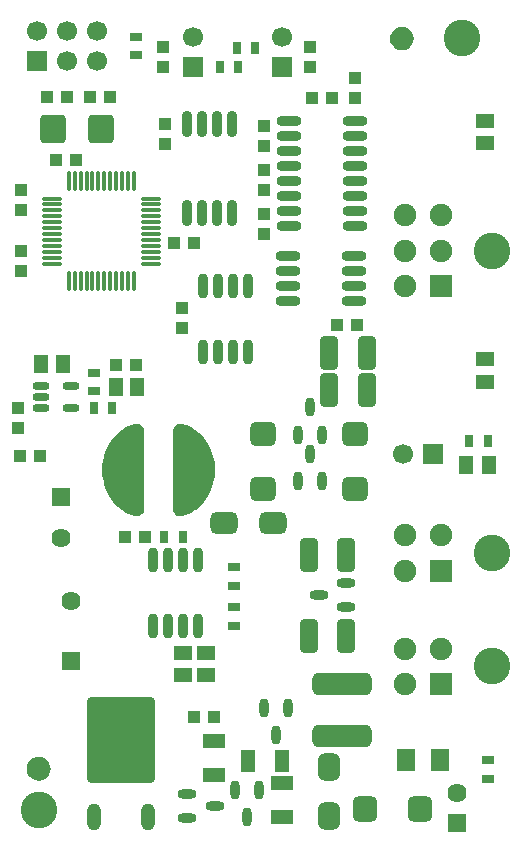
<source format=gts>
G04*
G04 #@! TF.GenerationSoftware,Altium Limited,Altium Designer,18.0.9 (584)*
G04*
G04 Layer_Color=8388736*
%FSLAX24Y24*%
%MOIN*%
G70*
G01*
G75*
%ADD20O,0.0454X0.0906*%
G04:AMPARAMS|DCode=36|XSize=287.5mil|YSize=226.5mil|CornerRadius=14.9mil|HoleSize=0mil|Usage=FLASHONLY|Rotation=90.000|XOffset=0mil|YOffset=0mil|HoleType=Round|Shape=RoundedRectangle|*
%AMROUNDEDRECTD36*
21,1,0.2875,0.1967,0,0,90.0*
21,1,0.2577,0.2265,0,0,90.0*
1,1,0.0299,0.0983,0.1288*
1,1,0.0299,0.0983,-0.1288*
1,1,0.0299,-0.0983,-0.1288*
1,1,0.0299,-0.0983,0.1288*
%
%ADD36ROUNDEDRECTD36*%
%ADD37R,0.0433X0.0394*%
%ADD38O,0.0320X0.0630*%
%ADD39R,0.0394X0.0433*%
%ADD40R,0.0394X0.0315*%
%ADD41O,0.0335X0.0839*%
G04:AMPARAMS|DCode=42|XSize=94.5mil|YSize=86.6mil|CornerRadius=14.4mil|HoleSize=0mil|Usage=FLASHONLY|Rotation=270.000|XOffset=0mil|YOffset=0mil|HoleType=Round|Shape=RoundedRectangle|*
%AMROUNDEDRECTD42*
21,1,0.0945,0.0579,0,0,270.0*
21,1,0.0657,0.0866,0,0,270.0*
1,1,0.0287,-0.0289,-0.0329*
1,1,0.0287,-0.0289,0.0329*
1,1,0.0287,0.0289,0.0329*
1,1,0.0287,0.0289,-0.0329*
%
%ADD42ROUNDEDRECTD42*%
%ADD43O,0.0335X0.0889*%
%ADD44O,0.0669X0.0157*%
%ADD45O,0.0157X0.0669*%
%ADD46R,0.0492X0.0610*%
%ADD47O,0.0571X0.0276*%
%ADD48R,0.0315X0.0394*%
%ADD49O,0.0839X0.0335*%
G04:AMPARAMS|DCode=50|XSize=114.2mil|YSize=63mil|CornerRadius=16.7mil|HoleSize=0mil|Usage=FLASHONLY|Rotation=90.000|XOffset=0mil|YOffset=0mil|HoleType=Round|Shape=RoundedRectangle|*
%AMROUNDEDRECTD50*
21,1,0.1142,0.0295,0,0,90.0*
21,1,0.0807,0.0630,0,0,90.0*
1,1,0.0335,0.0148,0.0404*
1,1,0.0335,0.0148,-0.0404*
1,1,0.0335,-0.0148,-0.0404*
1,1,0.0335,-0.0148,0.0404*
%
%ADD50ROUNDEDRECTD50*%
G04:AMPARAMS|DCode=51|XSize=86.6mil|YSize=82.7mil|CornerRadius=21.7mil|HoleSize=0mil|Usage=FLASHONLY|Rotation=0.000|XOffset=0mil|YOffset=0mil|HoleType=Round|Shape=RoundedRectangle|*
%AMROUNDEDRECTD51*
21,1,0.0866,0.0394,0,0,0.0*
21,1,0.0433,0.0827,0,0,0.0*
1,1,0.0433,0.0217,-0.0197*
1,1,0.0433,-0.0217,-0.0197*
1,1,0.0433,-0.0217,0.0197*
1,1,0.0433,0.0217,0.0197*
%
%ADD51ROUNDEDRECTD51*%
%ADD52O,0.0630X0.0320*%
%ADD53R,0.0591X0.0453*%
G04:AMPARAMS|DCode=54|XSize=90.6mil|YSize=72.8mil|CornerRadius=19.2mil|HoleSize=0mil|Usage=FLASHONLY|Rotation=180.000|XOffset=0mil|YOffset=0mil|HoleType=Round|Shape=RoundedRectangle|*
%AMROUNDEDRECTD54*
21,1,0.0906,0.0344,0,0,180.0*
21,1,0.0522,0.0728,0,0,180.0*
1,1,0.0384,-0.0261,0.0172*
1,1,0.0384,0.0261,0.0172*
1,1,0.0384,0.0261,-0.0172*
1,1,0.0384,-0.0261,-0.0172*
%
%ADD54ROUNDEDRECTD54*%
%ADD55R,0.0433X0.0433*%
%ADD56R,0.0728X0.0453*%
%ADD57C,0.0512*%
%ADD58R,0.0453X0.0728*%
%ADD59R,0.0591X0.0748*%
G04:AMPARAMS|DCode=60|XSize=86.6mil|YSize=82.7mil|CornerRadius=21.7mil|HoleSize=0mil|Usage=FLASHONLY|Rotation=270.000|XOffset=0mil|YOffset=0mil|HoleType=Round|Shape=RoundedRectangle|*
%AMROUNDEDRECTD60*
21,1,0.0866,0.0394,0,0,270.0*
21,1,0.0433,0.0827,0,0,270.0*
1,1,0.0433,-0.0197,-0.0217*
1,1,0.0433,-0.0197,0.0217*
1,1,0.0433,0.0197,0.0217*
1,1,0.0433,0.0197,-0.0217*
%
%ADD60ROUNDEDRECTD60*%
G04:AMPARAMS|DCode=61|XSize=90.6mil|YSize=72.8mil|CornerRadius=19.2mil|HoleSize=0mil|Usage=FLASHONLY|Rotation=270.000|XOffset=0mil|YOffset=0mil|HoleType=Round|Shape=RoundedRectangle|*
%AMROUNDEDRECTD61*
21,1,0.0906,0.0344,0,0,270.0*
21,1,0.0522,0.0728,0,0,270.0*
1,1,0.0384,-0.0172,-0.0261*
1,1,0.0384,-0.0172,0.0261*
1,1,0.0384,0.0172,0.0261*
1,1,0.0384,0.0172,-0.0261*
%
%ADD61ROUNDEDRECTD61*%
G04:AMPARAMS|DCode=62|XSize=198.8mil|YSize=74.8mil|CornerRadius=19.7mil|HoleSize=0mil|Usage=FLASHONLY|Rotation=0.000|XOffset=0mil|YOffset=0mil|HoleType=Round|Shape=RoundedRectangle|*
%AMROUNDEDRECTD62*
21,1,0.1988,0.0354,0,0,0.0*
21,1,0.1594,0.0748,0,0,0.0*
1,1,0.0394,0.0797,-0.0177*
1,1,0.0394,-0.0797,-0.0177*
1,1,0.0394,-0.0797,0.0177*
1,1,0.0394,0.0797,0.0177*
%
%ADD62ROUNDEDRECTD62*%
%ADD63R,0.0453X0.0591*%
%ADD64C,0.0669*%
%ADD65R,0.0669X0.0669*%
%ADD66R,0.0669X0.0669*%
%ADD67C,0.0639*%
%ADD68R,0.0639X0.0639*%
%ADD69C,0.0748*%
%ADD70R,0.0748X0.0748*%
%ADD71C,0.1220*%
G36*
X32583Y42687D02*
X32679Y42647D01*
X32761Y42584D01*
X32824Y42502D01*
X32864Y42406D01*
X32877Y42303D01*
X32864Y42200D01*
X32824Y42105D01*
X32761Y42022D01*
X32679Y41959D01*
X32583Y41920D01*
X32480Y41906D01*
X32378Y41920D01*
X32282Y41959D01*
X32200Y42022D01*
X32136Y42105D01*
X32097Y42200D01*
X32083Y42303D01*
X32097Y42406D01*
X32136Y42502D01*
X32200Y42584D01*
X32282Y42647D01*
X32378Y42687D01*
X32480Y42700D01*
X32583Y42687D01*
D02*
G37*
G36*
X25161Y29459D02*
X25165Y29457D01*
X25169Y29457D01*
X25298Y29417D01*
X25300Y29415D01*
X25302Y29415D01*
X25453Y29355D01*
X25455Y29352D01*
X25459Y29352D01*
X25598Y29269D01*
X25600Y29266D01*
X25604Y29265D01*
X25729Y29161D01*
X25730Y29159D01*
X25731Y29159D01*
X25736Y29154D01*
X25736Y29153D01*
X25738Y29152D01*
X25887Y28986D01*
X25888Y28984D01*
X25890Y28982D01*
X26016Y28798D01*
X26017Y28795D01*
X26019Y28793D01*
X26119Y28594D01*
X26119Y28591D01*
X26122Y28589D01*
X26194Y28378D01*
X26194Y28375D01*
X26196Y28372D01*
X26240Y28154D01*
X26240Y28151D01*
X26241Y28148D01*
X26256Y27926D01*
X26255Y27923D01*
X26256Y27920D01*
X26241Y27698D01*
X26240Y27695D01*
X26240Y27692D01*
X26196Y27474D01*
X26194Y27471D01*
X26194Y27468D01*
X26122Y27258D01*
X26119Y27256D01*
X26119Y27253D01*
X26019Y27054D01*
X26017Y27052D01*
X26016Y27049D01*
X25890Y26865D01*
X25888Y26863D01*
X25887Y26860D01*
X25738Y26694D01*
X25736Y26694D01*
X25736Y26692D01*
X25734Y26690D01*
X25732Y26689D01*
X25731Y26688D01*
X25604Y26583D01*
X25601Y26582D01*
X25599Y26579D01*
X25458Y26494D01*
X25454Y26494D01*
X25451Y26491D01*
X25299Y26430D01*
X25297Y26430D01*
X25295Y26429D01*
X25161Y26387D01*
X25157Y26387D01*
X25153Y26385D01*
X25081Y26377D01*
X25073Y26379D01*
X25064Y26378D01*
X24993Y26397D01*
X24987Y26402D01*
X24979Y26404D01*
X24920Y26447D01*
X24915Y26454D01*
X24909Y26459D01*
X24870Y26521D01*
X24868Y26529D01*
X24864Y26536D01*
X24850Y26608D01*
X24851Y26612D01*
X24849Y26616D01*
Y29222D01*
X24851Y29226D01*
X24850Y29230D01*
X24864Y29304D01*
X24869Y29311D01*
X24870Y29319D01*
X24910Y29383D01*
X24917Y29388D01*
X24921Y29395D01*
X24982Y29440D01*
X24990Y29442D01*
X24997Y29447D01*
X25070Y29466D01*
X25078Y29465D01*
X25086Y29467D01*
X25161Y29459D01*
D02*
G37*
G36*
X23668Y29467D02*
X23676Y29468D01*
X23747Y29450D01*
X23753Y29445D01*
X23761Y29443D01*
X23820Y29399D01*
X23825Y29392D01*
X23831Y29387D01*
X23871Y29325D01*
X23872Y29317D01*
X23876Y29310D01*
X23890Y29238D01*
X23889Y29234D01*
X23891Y29230D01*
Y26624D01*
X23889Y26620D01*
X23890Y26616D01*
X23876Y26542D01*
X23872Y26535D01*
X23870Y26527D01*
X23830Y26463D01*
X23823Y26458D01*
X23819Y26451D01*
X23758Y26406D01*
X23750Y26404D01*
X23743Y26399D01*
X23670Y26380D01*
X23662Y26381D01*
X23654Y26379D01*
X23579Y26388D01*
X23575Y26390D01*
X23571Y26389D01*
X23442Y26430D01*
X23440Y26431D01*
X23438Y26431D01*
X23288Y26492D01*
X23285Y26494D01*
X23282Y26495D01*
X23142Y26578D01*
X23140Y26581D01*
X23136Y26582D01*
X23011Y26686D01*
X23011Y26687D01*
X23009Y26688D01*
X23004Y26692D01*
X23004Y26694D01*
X23002Y26694D01*
X22853Y26860D01*
X22852Y26863D01*
X22850Y26865D01*
X22724Y27049D01*
X22723Y27052D01*
X22721Y27054D01*
X22621Y27253D01*
X22621Y27256D01*
X22619Y27258D01*
X22546Y27468D01*
X22546Y27471D01*
X22544Y27474D01*
X22500Y27692D01*
X22501Y27695D01*
X22499Y27698D01*
X22484Y27920D01*
X22485Y27923D01*
X22484Y27926D01*
X22499Y28148D01*
X22501Y28151D01*
X22500Y28154D01*
X22544Y28372D01*
X22546Y28375D01*
X22546Y28378D01*
X22619Y28589D01*
X22621Y28591D01*
X22621Y28594D01*
X22721Y28793D01*
X22723Y28795D01*
X22724Y28798D01*
X22850Y28982D01*
X22852Y28984D01*
X22853Y28986D01*
X23002Y29152D01*
X23004Y29153D01*
X23004Y29154D01*
X23007Y29156D01*
X23008Y29157D01*
X23009Y29159D01*
X23136Y29264D01*
X23139Y29265D01*
X23141Y29268D01*
X23283Y29352D01*
X23286Y29353D01*
X23289Y29355D01*
X23441Y29416D01*
X23443Y29416D01*
X23445Y29417D01*
X23579Y29459D01*
X23583Y29459D01*
X23587Y29461D01*
X23660Y29470D01*
X23668Y29467D01*
D02*
G37*
G36*
X20477Y18346D02*
X20573Y18306D01*
X20655Y18243D01*
X20718Y18161D01*
X20758Y18065D01*
X20771Y17963D01*
X20758Y17860D01*
X20718Y17764D01*
X20655Y17682D01*
X20573Y17619D01*
X20477Y17579D01*
X20374Y17565D01*
X20271Y17579D01*
X20175Y17619D01*
X20093Y17682D01*
X20030Y17764D01*
X19990Y17860D01*
X19977Y17963D01*
X19990Y18065D01*
X20030Y18161D01*
X20093Y18243D01*
X20175Y18306D01*
X20271Y18346D01*
X20374Y18360D01*
X20477Y18346D01*
D02*
G37*
D20*
X24018Y16348D02*
D03*
X22222D02*
D03*
D36*
X23120Y18907D02*
D03*
D37*
X30994Y32746D02*
D03*
X30325D02*
D03*
X24882Y35482D02*
D03*
X25551D02*
D03*
X21624Y38268D02*
D03*
X20955D02*
D03*
X22746Y40363D02*
D03*
X22077D02*
D03*
X20640Y40364D02*
D03*
X21309D02*
D03*
X23602Y31407D02*
D03*
X22933D02*
D03*
X30157Y40315D02*
D03*
X29488D02*
D03*
X20423Y28376D02*
D03*
X19754D02*
D03*
X23907Y25699D02*
D03*
X23238D02*
D03*
X25561Y19695D02*
D03*
X26230D02*
D03*
D38*
X29400Y28465D02*
D03*
X29000Y27555D02*
D03*
X29800D02*
D03*
X29400Y30010D02*
D03*
X29000Y29100D02*
D03*
X29800D02*
D03*
X28297Y19085D02*
D03*
X27897Y19995D02*
D03*
X28697D02*
D03*
X27323Y16339D02*
D03*
X26923Y17249D02*
D03*
X27723D02*
D03*
D39*
X25157Y32648D02*
D03*
Y33317D02*
D03*
X19793Y35226D02*
D03*
Y34557D02*
D03*
X19792Y36585D02*
D03*
Y37254D02*
D03*
X24577Y38780D02*
D03*
Y39449D02*
D03*
X19695Y29321D02*
D03*
Y29990D02*
D03*
X29419Y41348D02*
D03*
Y42018D02*
D03*
X24518Y41339D02*
D03*
Y42008D02*
D03*
X30915Y40315D02*
D03*
Y40984D02*
D03*
X27884Y35797D02*
D03*
Y36467D02*
D03*
X27894Y37933D02*
D03*
Y37264D02*
D03*
Y39380D02*
D03*
Y38711D02*
D03*
D40*
X23632Y42362D02*
D03*
Y41752D02*
D03*
X22205Y31171D02*
D03*
Y30561D02*
D03*
X26870Y24065D02*
D03*
Y24675D02*
D03*
X26870Y23346D02*
D03*
Y22736D02*
D03*
X35354Y17638D02*
D03*
Y18248D02*
D03*
D41*
X25852Y31841D02*
D03*
X26352D02*
D03*
Y34041D02*
D03*
X25852D02*
D03*
X27352Y31841D02*
D03*
Y34041D02*
D03*
X26852Y31841D02*
D03*
Y34041D02*
D03*
X25667Y24907D02*
D03*
X25167D02*
D03*
Y22707D02*
D03*
X25667D02*
D03*
X24167Y24907D02*
D03*
Y22707D02*
D03*
X24667Y24907D02*
D03*
Y22707D02*
D03*
D42*
X20866Y39291D02*
D03*
X22441D02*
D03*
D43*
X26317Y39446D02*
D03*
Y36496D02*
D03*
X25317Y39446D02*
D03*
X25817D02*
D03*
X26817D02*
D03*
X25317Y36496D02*
D03*
X25817D02*
D03*
X26817D02*
D03*
D44*
X20807Y36969D02*
D03*
Y36772D02*
D03*
Y36575D02*
D03*
Y36378D02*
D03*
Y36181D02*
D03*
Y35984D02*
D03*
Y35787D02*
D03*
Y35591D02*
D03*
Y35394D02*
D03*
Y35197D02*
D03*
X24114D02*
D03*
Y35394D02*
D03*
Y35591D02*
D03*
Y35787D02*
D03*
Y35984D02*
D03*
Y36181D02*
D03*
Y36378D02*
D03*
Y36575D02*
D03*
Y36772D02*
D03*
Y36969D02*
D03*
X20807Y35000D02*
D03*
Y34803D02*
D03*
X24114D02*
D03*
Y35000D02*
D03*
D45*
X21378Y34232D02*
D03*
X21575D02*
D03*
X21772D02*
D03*
X21969D02*
D03*
X22165D02*
D03*
X22756D02*
D03*
X22953D02*
D03*
X23150D02*
D03*
X23346D02*
D03*
X23543D02*
D03*
X22362D02*
D03*
X22559D02*
D03*
X22165Y37539D02*
D03*
X21969D02*
D03*
X21772D02*
D03*
X21575D02*
D03*
X21378D02*
D03*
X23543D02*
D03*
X23346D02*
D03*
X23150D02*
D03*
X22953D02*
D03*
X22756D02*
D03*
X22559D02*
D03*
X22362D02*
D03*
D46*
X22933Y30699D02*
D03*
X23642D02*
D03*
X20463Y31447D02*
D03*
X21171D02*
D03*
D47*
X20463Y29990D02*
D03*
X21447D02*
D03*
X20463Y30738D02*
D03*
X21447D02*
D03*
X20463Y30364D02*
D03*
D48*
X22205Y29990D02*
D03*
X22815D02*
D03*
X26979Y41978D02*
D03*
X27589D02*
D03*
X27027Y41348D02*
D03*
X26417D02*
D03*
X24557Y25699D02*
D03*
X25167D02*
D03*
X35334Y28898D02*
D03*
X34724D02*
D03*
D49*
X28676Y35047D02*
D03*
Y34547D02*
D03*
X30876D02*
D03*
Y35047D02*
D03*
X28676Y33547D02*
D03*
X30876D02*
D03*
X28676Y34047D02*
D03*
X30876D02*
D03*
X30930Y37549D02*
D03*
X28730D02*
D03*
X30930Y38049D02*
D03*
Y38549D02*
D03*
Y39049D02*
D03*
Y39549D02*
D03*
Y36049D02*
D03*
Y36549D02*
D03*
Y37049D02*
D03*
X28730Y38049D02*
D03*
Y38549D02*
D03*
Y39049D02*
D03*
Y39549D02*
D03*
Y36049D02*
D03*
Y36549D02*
D03*
Y37049D02*
D03*
D50*
X31309Y31811D02*
D03*
X30049D02*
D03*
X31309Y30591D02*
D03*
X30049D02*
D03*
X29370Y25089D02*
D03*
X30630D02*
D03*
X29370Y22382D02*
D03*
X30630D02*
D03*
D51*
X27864Y29114D02*
D03*
Y27303D02*
D03*
X30925D02*
D03*
Y29114D02*
D03*
D52*
X29720Y23744D02*
D03*
X30630Y24144D02*
D03*
Y23344D02*
D03*
X26235Y16719D02*
D03*
X25325Y16319D02*
D03*
Y17119D02*
D03*
D53*
X35236Y39557D02*
D03*
Y38809D02*
D03*
X25167Y21083D02*
D03*
Y21831D02*
D03*
X25965Y21083D02*
D03*
Y21831D02*
D03*
X35236Y31614D02*
D03*
Y30866D02*
D03*
D54*
X28179Y26171D02*
D03*
X26565D02*
D03*
D55*
X23320Y27923D02*
D03*
X25420D02*
D03*
D56*
X26230Y17756D02*
D03*
Y18898D02*
D03*
X28494Y17480D02*
D03*
Y16339D02*
D03*
D57*
X32480Y42303D02*
D03*
X20374Y17963D02*
D03*
D58*
X28494Y18228D02*
D03*
X27352D02*
D03*
D59*
X33760Y18268D02*
D03*
X32618D02*
D03*
D60*
X33071Y16614D02*
D03*
X31260D02*
D03*
D61*
X30039Y18012D02*
D03*
Y16398D02*
D03*
D62*
X30472Y20787D02*
D03*
Y19055D02*
D03*
D63*
X34626Y28100D02*
D03*
X35374D02*
D03*
D64*
X28474Y42348D02*
D03*
X25502Y42343D02*
D03*
X22323Y42549D02*
D03*
Y41549D02*
D03*
X21323Y42549D02*
D03*
X20323D02*
D03*
X21323Y41549D02*
D03*
X32530Y28455D02*
D03*
D65*
X28474Y41348D02*
D03*
X25502Y41343D02*
D03*
D66*
X20323Y41549D02*
D03*
X33530Y28455D02*
D03*
D67*
X21457Y23545D02*
D03*
X21132Y25650D02*
D03*
X34331Y17152D02*
D03*
D68*
X21457Y21545D02*
D03*
X21132Y27028D02*
D03*
X34331Y16152D02*
D03*
D69*
X33780Y21969D02*
D03*
X32598D02*
D03*
Y20787D02*
D03*
X33780Y25748D02*
D03*
X32598D02*
D03*
Y24567D02*
D03*
X33780Y35236D02*
D03*
X32598Y34055D02*
D03*
Y35236D02*
D03*
X33780Y36417D02*
D03*
X32598D02*
D03*
D70*
X33780Y20787D02*
D03*
Y24567D02*
D03*
Y34055D02*
D03*
D71*
X35480Y21378D02*
D03*
Y25157D02*
D03*
X35472Y35236D02*
D03*
X20394Y16575D02*
D03*
X34488Y42323D02*
D03*
M02*

</source>
